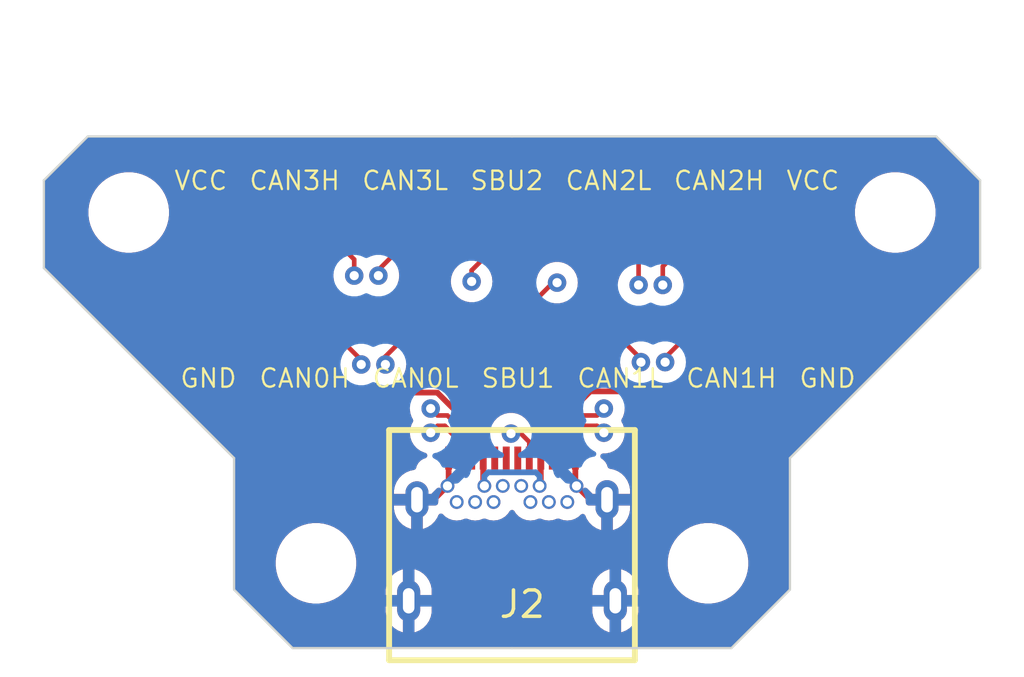
<source format=kicad_pcb>
(kicad_pcb (version 20240108) (generator "pcbnew") (generator_version "8.0")
  (layers (0 "F.Cu" signal "VCC") (1 "In1.Cu" signal "Data1") (2 "In2.Cu" signal "Data2") (31 "B.Cu" signal "GND") (34 "B.Paste" user) (35 "F.Paste" user) (36 "B.SilkS" user "B.Silkscreen") (37 "F.SilkS" user "F.Silkscreen") (38 "B.Mask" user) (39 "F.Mask" user) (44 "Edge.Cuts" user))
  (net 0 "")
  (net 1 "+12V")
  (net 2 "/CAN2_N")
  (net 3 "/CAN1_P")
  (net 4 "GND")
  (net 8 "/SBU1")
  (net 9 "/CAN2_P")
  (net 10 "/CAN1_N")
  (net 11 "/CAN0_P")
  (net 12 "/CAN3_N")
  (net 15 "/SBU2")
  (net 16 "/CAN3_P")
  (net 17 "/CAN0_N")
  (footprint "MountingHole:MountingHole_3mm" (layer "F.Cu") (at 123.698 76.962)
    (property "Reference" "H1" (hide yes))
    (property "Value" "MountingHole" (hide yes))
    (pad "" np_thru_hole circle (at 0 0) (size 3 3) (drill 3) (layers "*.Cu" "*.Mask"))
  )
  (footprint "CommaPogo_Library:USB-C-SMD_HC005-1A1H1A103-0HR" (layer "F.Cu") (at 140.335 90.73)
    (property "Reference" "J2" (at -0.635 3.25 0) (layer "F.SilkS") (effects (font (size 1.143 1.143) (thickness 0.152)) (justify left)))
    (property "Value" "Conn_02x12_Row_Letter_Last" (hide yes))
    (fp_line (start -5.334 -4.318) (end 5.334 -4.318) (stroke (width 0.254)) (layer "F.SilkS"))
    (fp_line (start -5.334 5.682) (end -5.334 -4.318) (stroke (width 0.254)) (layer "F.SilkS"))
    (fp_line (start 5.334 -4.318) (end 5.334 5.682) (stroke (width 0.254)) (layer "F.SilkS"))
    (fp_line (start 5.334 5.682) (end -5.334 5.682) (stroke (width 0.254)) (layer "F.SilkS"))
    (pad "" np_thru_hole circle (at -3.6 -2.54) (size 0.65 0.65) (drill 0.65) (layers "*.Cu" "*.Mask"))
    (pad "" np_thru_hole circle (at 3.59 -2.58) (size 0.65 0.65) (drill 0.65) (layers "*.Cu" "*.Mask"))
    (pad "1" thru_hole oval (at -4.125 -1.29) (size 1 1.6) (drill oval 0.5 1.1) (layers "*.Cu" "*.Paste" "*.Mask") (net 4 "GND"))
    (pad "2" thru_hole oval (at -4.485 3.1) (size 1 1.8) (drill oval 0.5 1.1) (layers "*.Cu" "*.Paste" "*.Mask") (net 4 "GND"))
    (pad "3" thru_hole oval (at 4.485 3.1) (size 1 1.8) (drill oval 0.5 1.1) (layers "*.Cu" "*.Paste" "*.Mask") (net 4 "GND"))
    (pad "4" thru_hole oval (at 4.125 -1.29) (size 1 1.7) (drill oval 0.5 1.1) (layers "*.Cu" "*.Paste" "*.Mask") (net 4 "GND"))
    (pad "A1" smd rect (at -2.75 -3.1) (size 0.3 1) (layers "F.Cu" "F.Paste" "F.Mask") (net 4 "GND"))
    (pad "A2" smd rect (at -2.25 -3.1) (size 0.3 1) (layers "F.Cu" "F.Paste" "F.Mask") (net 11 "/CAN0_P"))
    (pad "A3" smd rect (at -1.75 -3.1) (size 0.3 1) (layers "F.Cu" "F.Paste" "F.Mask") (net 17 "/CAN0_N"))
    (pad "A4" smd rect (at -1.25 -3.1) (size 0.3 1) (layers "F.Cu" "F.Paste" "F.Mask") (net 1 "+12V"))
    (pad "A5" smd rect (at -0.75 -3.1) (size 0.3 1) (layers "F.Cu" "F.Paste" "F.Mask"))
    (pad "A6" smd rect (at -0.25 -3.1) (size 0.3 1) (layers "F.Cu" "F.Paste" "F.Mask"))
    (pad "A7" smd rect (at 0.25 -3.1) (size 0.3 1) (layers "F.Cu" "F.Paste" "F.Mask"))
    (pad "A8" smd rect (at 0.75 -3.1) (size 0.3 1) (layers "F.Cu" "F.Paste" "F.Mask") (net 8 "/SBU1"))
    (pad "A9" smd rect (at 1.25 -3.1) (size 0.3 1) (layers "F.Cu" "F.Paste" "F.Mask") (net 1 "+12V"))
    (pad "A10" smd rect (at 1.75 -3.1) (size 0.3 1) (layers "F.Cu" "F.Paste" "F.Mask") (net 10 "/CAN1_N"))
    (pad "A11" smd rect (at 2.25 -3.1) (size 0.3 1) (layers "F.Cu" "F.Paste" "F.Mask") (net 3 "/CAN1_P"))
    (pad "A12" smd rect (at 2.75 -3.1) (size 0.3 1) (layers "F.Cu" "F.Paste" "F.Mask") (net 4 "GND"))
    (pad "B1" thru_hole circle (at 2.8 -1.89) (size 0.6 0.6) (drill 0.4) (layers "*.Cu" "*.Paste" "*.Mask") (net 4 "GND"))
    (pad "B2" thru_hole circle (at 2.4 -1.19) (size 0.6 0.6) (drill 0.4) (layers "*.Cu" "*.Paste" "*.Mask") (net 9 "/CAN2_P"))
    (pad "B3" thru_hole circle (at 1.6 -1.19) (size 0.6 0.6) (drill 0.4) (layers "*.Cu" "*.Paste" "*.Mask") (net 2 "/CAN2_N"))
    (pad "B4" thru_hole circle (at 1.2 -1.89) (size 0.6 0.6) (drill 0.4) (layers "*.Cu" "*.Paste" "*.Mask") (net 1 "+12V"))
    (pad "B5" thru_hole circle (at 0.8 -1.19) (size 0.6 0.6) (drill 0.4) (layers "*.Cu" "*.Paste" "*.Mask"))
    (pad "B6" thru_hole circle (at 0.4 -1.89) (size 0.6 0.6) (drill 0.4) (layers "*.Cu" "*.Paste" "*.Mask"))
    (pad "B7" thru_hole circle (at -0.4 -1.89) (size 0.6 0.6) (drill 0.4) (layers "*.Cu" "*.Paste" "*.Mask"))
    (pad "B8" thru_hole circle (at -0.8 -1.19) (size 0.6 0.6) (drill 0.4) (layers "*.Cu" "*.Paste" "*.Mask") (net 15 "/SBU2"))
    (pad "B9" thru_hole circle (at -1.2 -1.89) (size 0.6 0.6) (drill 0.4) (layers "*.Cu" "*.Paste" "*.Mask") (net 1 "+12V"))
    (pad "B10" thru_hole circle (at -1.6 -1.19) (size 0.6 0.6) (drill 0.4) (layers "*.Cu" "*.Paste" "*.Mask") (net 12 "/CAN3_N"))
    (pad "B11" thru_hole circle (at -2.4 -1.19) (size 0.6 0.6) (drill 0.4) (layers "*.Cu" "*.Paste" "*.Mask") (net 16 "/CAN3_P"))
    (pad "B12" thru_hole circle (at -2.8 -1.89) (size 0.6 0.6) (drill 0.4) (layers "*.Cu" "*.Paste" "*.Mask") (net 4 "GND"))
  )
  (footprint "MountingHole:MountingHole_3mm" (layer "F.Cu") (at 148.844 92.202)
    (property "Reference" "H4" (hide yes))
    (property "Value" "MountingHole" (hide yes))
    (pad "" np_thru_hole circle (at 0 0) (size 3 3) (drill 3) (layers "*.Cu" "*.Mask"))
  )
  (footprint "MountingHole:MountingHole_3mm" (layer "F.Cu") (at 131.826 92.202)
    (property "Reference" "H3" (hide yes))
    (property "Value" "MountingHole" (hide yes))
    (pad "" np_thru_hole circle (at 0 0) (size 3 3) (drill 3) (layers "*.Cu" "*.Mask"))
  )
  (footprint "MountingHole:MountingHole_3mm" (layer "F.Cu") (at 156.972 76.962)
    (property "Reference" "H2" (hide yes))
    (property "Value" "MountingHole" (hide yes))
    (pad "" np_thru_hole circle (at 0 0) (size 3 3) (drill 3) (layers "*.Cu" "*.Mask"))
  )
  (footprint "CommaPogo_Library:2x7_Pogo_Male" (layer "F.Cu") (at 140.335 83.82)
    (property "Reference" "J1" (hide yes))
    (property "Value" "Conn_02x07_Row_Letter_Last")
    (fp_text user "VCC" (at 11.853243 -7.7724 0) (layer "F.SilkS") (effects (font (size 0.8 0.8) (thickness 0.1)) (justify left bottom)))
    (fp_text user "CAN3H" (at -11.461694 -7.7724 0) (layer "F.SilkS") (effects (font (size 0.8 0.8) (thickness 0.1)) (justify left bottom)))
    (fp_text user "CAN0L" (at -6.112949 0.8128 0) (layer "F.SilkS") (effects (font (size 0.8 0.8) (thickness 0.1)) (justify left bottom)))
    (fp_text user "SBU1" (at -1.386464 0.8128 0) (layer "F.SilkS") (effects (font (size 0.8 0.8) (thickness 0.1)) (justify left bottom)))
    (fp_text user "GND" (at -14.461157 0.8128 0) (layer "F.SilkS") (effects (font (size 0.8 0.8) (thickness 0.1)) (justify left bottom)))
    (fp_text user "SBU2" (at -1.869054 -7.7724 0) (layer "F.SilkS") (effects (font (size 0.8 0.8) (thickness 0.1)) (justify left bottom)))
    (fp_text user "CAN2H" (at 6.961682 -7.7724 0) (layer "F.SilkS") (effects (font (size 0.8 0.8) (thickness 0.1)) (justify left bottom)))
    (fp_text user "CAN0H" (at -11.02991 0.8128 0) (layer "F.SilkS") (effects (font (size 0.8 0.8) (thickness 0.1)) (justify left bottom)))
    (fp_text user "CAN3L" (at -6.570136 -7.7724 0) (layer "F.SilkS") (effects (font (size 0.8 0.8) (thickness 0.1)) (justify left bottom)))
    (fp_text user "CAN1L" (at 2.768593 0.8128 0) (layer "F.SilkS") (effects (font (size 0.8 0.8) (thickness 0.1)) (justify left bottom)))
    (fp_text user "CAN2L" (at 2.2606 -7.7724 0) (layer "F.SilkS") (effects (font (size 0.8 0.8) (thickness 0.1)) (justify left bottom)))
    (fp_text user "CAN1H" (at 7.495078 0.8128 0) (layer "F.SilkS") (effects (font (size 0.8 0.8) (thickness 0.1)) (justify left bottom)))
    (pad "1" smd circle (at -12.192 -6.096) (size 2.5 2.5) (layers "F.Cu" "F.Paste" "F.Mask") (net 1 "+12V"))
    (pad "2" smd circle (at -8.128 -6.096) (size 2.5 2.5) (layers "F.Cu" "F.Paste" "F.Mask") (net 16 "/CAN3_P"))
    (pad "3" smd circle (at -4.064 -6.096) (size 2.5 2.5) (layers "F.Cu" "F.Paste" "F.Mask") (net 12 "/CAN3_N"))
    (pad "4" smd circle (at 0 -6.096) (size 2.5 2.5) (layers "F.Cu" "F.Paste" "F.Mask") (net 15 "/SBU2"))
    (pad "5" smd circle (at 4.064 -6.096) (size 2.5 2.5) (layers "F.Cu" "F.Paste" "F.Mask") (net 2 "/CAN2_N"))
    (pad "6" smd circle (at 8.128 -6.096) (size 2.5 2.5) (layers "F.Cu" "F.Paste" "F.Mask") (net 9 "/CAN2_P"))
    (pad "7" smd circle (at 12.192 -6.096) (size 2.5 2.5) (layers "F.Cu" "F.Paste" "F.Mask") (net 1 "+12V"))
    (pad "8" smd circle (at -12.192 -2.032) (size 2.5 2.5) (layers "F.Cu" "F.Paste" "F.Mask") (net 4 "GND"))
    (pad "9" smd circle (at -8.128 -2.032) (size 2.5 2.5) (layers "F.Cu" "F.Paste" "F.Mask") (net 11 "/CAN0_P"))
    (pad "10" smd circle (at -4.064 -2.032) (size 2.5 2.5) (layers "F.Cu" "F.Paste" "F.Mask") (net 17 "/CAN0_N"))
    (pad "11" smd circle (at 0 -2.032) (size 2.5 2.5) (layers "F.Cu" "F.Paste" "F.Mask") (net 8 "/SBU1"))
    (pad "12" smd circle (at 4.064 -2.032) (size 2.5 2.5) (layers "F.Cu" "F.Paste" "F.Mask") (net 10 "/CAN1_N"))
    (pad "13" smd circle (at 8.128 -2.032) (size 2.5 2.5) (layers "F.Cu" "F.Paste" "F.Mask") (net 3 "/CAN1_P"))
    (pad "14" smd circle (at 12.192 -2.032) (size 2.5 2.5) (layers "F.Cu" "F.Paste" "F.Mask") (net 4 "GND"))
  )
  (gr_line (start 158.75 73.66) (end 160.655 75.565) (stroke (width 0.1)) (layer "Edge.Cuts"))
  (gr_line (start 160.655 75.565) (end 160.655 79.375) (stroke (width 0.1)) (layer "Edge.Cuts"))
  (gr_line (start 140.335 73.66) (end 158.75 73.66) (stroke (width 0.1)) (layer "Edge.Cuts"))
  (gr_line (start 121.92 73.66) (end 140.335 73.66) (stroke (width 0.1)) (layer "Edge.Cuts"))
  (gr_line (start 120.015 79.375) (end 120.015 75.565) (stroke (width 0.1)) (layer "Edge.Cuts"))
  (gr_line (start 160.655 79.375) (end 159.385 80.645) (stroke (width 0.1)) (layer "Edge.Cuts"))
  (gr_line (start 120.015 75.565) (end 121.92 73.66) (stroke (width 0.1)) (layer "Edge.Cuts"))
  (gr_line (start 128.27 87.63) (end 128.27 93.345) (stroke (width 0.1)) (layer "Edge.Cuts"))
  (gr_line (start 159.385 80.645) (end 152.4 87.63) (stroke (width 0.1)) (layer "Edge.Cuts"))
  (gr_line (start 152.4 87.63) (end 152.4 93.345) (stroke (width 0.1)) (layer "Edge.Cuts"))
  (gr_line (start 140.335 95.885) (end 130.81 95.885) (stroke (width 0.1)) (layer "Edge.Cuts"))
  (gr_line (start 121.285 80.645) (end 120.015 79.375) (stroke (width 0.1)) (layer "Edge.Cuts"))
  (gr_line (start 149.86 95.885) (end 140.335 95.885) (stroke (width 0.1)) (layer "Edge.Cuts"))
  (gr_line (start 130.81 95.885) (end 128.27 93.345) (stroke (width 0.1)) (layer "Edge.Cuts"))
  (gr_line (start 128.27 87.63) (end 121.285 80.645) (stroke (width 0.1)) (layer "Edge.Cuts"))
  (gr_line (start 152.4 93.345) (end 149.86 95.885) (stroke (width 0.1)) (layer "Edge.Cuts"))
  (gr_text "VCC" (at 125.619843 76.0476 0) (layer "F.SilkS") (effects (font (size 0.8 0.8) (thickness 0.1)) (justify left bottom)))
  (gr_text "GND" (at 152.747043 84.6328 0) (layer "F.SilkS") (effects (font (size 0.8 0.8) (thickness 0.1)) (justify left bottom)))
  (segment (start 137.090311 84.7852) (end 132.1308 84.7852) (width 0.25) (layer "F.Cu") (net 1))
  (segment (start 139.085 87.63) (end 139.085 86.779889) (width 0.25) (layer "F.Cu") (net 1))
  (segment (start 139.085 87.63) (end 139.085 88.79) (width 0.25) (layer "F.Cu") (net 1))
  (segment (start 150.495 79.756) (end 152.527 77.724) (width 0.25) (layer "F.Cu") (net 1))
  (segment (start 150.495 82.9818) (end 150.495 79.756) (width 0.25) (layer "F.Cu") (net 1))
  (segment (start 141.585 87.63) (end 141.585 88.79) (width 0.25) (layer "F.Cu") (net 1))
  (segment (start 139.085 88.79) (end 139.135 88.84) (width 0.25) (layer "F.Cu") (net 1))
  (segment (start 148.7424 84.7344) (end 150.495 82.9818) (width 0.25) (layer "F.Cu") (net 1))
  (segment (start 141.585 86.88) (end 143.7306 84.7344) (width 0.25) (layer "F.Cu") (net 1))
  (segment (start 141.585 87.63) (end 141.585 86.88) (width 0.25) (layer "F.Cu") (net 1))
  (segment (start 130.175 82.8294) (end 130.175 79.756) (width 0.25) (layer "F.Cu") (net 1))
  (segment (start 143.7306 84.7344) (end 148.7424 84.7344) (width 0.25) (layer "F.Cu") (net 1))
  (segment (start 130.175 79.756) (end 128.143 77.724) (width 0.25) (layer "F.Cu") (net 1))
  (segment (start 132.1308 84.7852) (end 130.175 82.8294) (width 0.25) (layer "F.Cu") (net 1))
  (segment (start 139.085 86.779889) (end 137.090311 84.7852) (width 0.25) (layer "F.Cu") (net 1))
  (segment (start 141.585 88.79) (end 141.535 88.84) (width 0.25) (layer "F.Cu") (net 1))
  (segment (start 139.135 88.415736) (end 139.135 88.84) (width 0.25) (layer "B.Cu") (net 1))
  (segment (start 139.300736 88.25) (end 139.135 88.415736) (width 0.25) (layer "B.Cu") (net 1))
  (segment (start 141.535 88.415736) (end 141.369264 88.25) (width 0.25) (layer "B.Cu") (net 1))
  (segment (start 141.369264 88.25) (end 139.300736 88.25) (width 0.25) (layer "B.Cu") (net 1))
  (segment (start 141.535 88.84) (end 141.535 88.415736) (width 0.25) (layer "B.Cu") (net 1))
  (segment (start 145.8298 79.1548) (end 144.399 77.724) (width 0.2) (layer "F.Cu") (net 2))
  (segment (start 145.8298 80.1116) (end 145.8298 79.1548) (width 0.2) (layer "F.Cu") (net 2))
  (via (at 145.8298 80.1116) (size 0.8) (drill 0.4) (layers "F.Cu" "B.Cu") (net 2))
  (segment (start 142.585 87.28) (end 142.56 87.255) (width 0.2) (layer "F.Cu") (net 3))
  (segment (start 146.9814 83.4644) (end 146.9814 83.2696) (width 0.2) (layer "F.Cu") (net 3))
  (segment (start 144.022801 86.229401) (end 144.3228 86.5294) (width 0.2) (layer "F.Cu") (net 3))
  (segment (start 146.9814 83.2696) (end 148.463 81.788) (width 0.2) (layer "F.Cu") (net 3))
  (segment (start 142.56 87.1202) (end 143.450799 86.229401) (width 0.2) (layer "F.Cu") (net 3))
  (segment (start 143.450799 86.229401) (end 144.022801 86.229401) (width 0.2) (layer "F.Cu") (net 3))
  (segment (start 142.585 87.63) (end 142.585 87.28) (width 0.2) (layer "F.Cu") (net 3))
  (segment (start 142.56 87.255) (end 142.56 87.1202) (width 0.2) (layer "F.Cu") (net 3))
  (via (at 144.3228 86.5294) (size 0.8) (drill 0.4) (layers "F.Cu" "B.Cu") (net 3))
  (via (at 146.9814 83.4644) (size 0.8) (drill 0.4) (layers "F.Cu" "B.Cu") (net 3))
  (segment (start 143.085 88.79) (end 143.135 88.84) (width 0.25) (layer "F.Cu") (net 4))
  (segment (start 143.085 87.63) (end 143.085 88.79) (width 0.25) (layer "F.Cu") (net 4))
  (segment (start 143.735 89.44) (end 144.46 89.44) (width 0.25) (layer "F.Cu") (net 4))
  (segment (start 137.585 87.63) (end 137.585 88.79) (width 0.25) (layer "F.Cu") (net 4))
  (segment (start 136.935 89.44) (end 136.21 89.44) (width 0.25) (layer "F.Cu") (net 4))
  (segment (start 143.135 88.84) (end 143.735 89.44) (width 0.25) (layer "F.Cu") (net 4))
  (segment (start 137.585 88.79) (end 137.535 88.84) (width 0.25) (layer "F.Cu") (net 4))
  (segment (start 137.535 88.84) (end 136.935 89.44) (width 0.25) (layer "F.Cu") (net 4))
  (segment (start 140.722641 86.567641) (end 140.289579 86.567641) (width 0.2) (layer "F.Cu") (net 8))
  (segment (start 141.085 87.63) (end 141.085 86.93) (width 0.2) (layer "F.Cu") (net 8))
  (segment (start 142.2908 80.01) (end 142.113 80.01) (width 0.2) (layer "F.Cu") (net 8))
  (segment (start 142.113 80.01) (end 140.335 81.788) (width 0.2) (layer "F.Cu") (net 8))
  (segment (start 141.085 82.538) (end 140.335 81.788) (width 0.2) (layer "F.Cu") (net 8))
  (segment (start 141.085 86.93) (end 140.722641 86.567641) (width 0.2) (layer "F.Cu") (net 8))
  (via (at 140.289579 86.567641) (size 0.8) (drill 0.4) (layers "F.Cu" "B.Cu") (net 8))
  (via (at 142.2908 80.01) (size 0.8) (drill 0.4) (layers "F.Cu" "B.Cu") (net 8))
  (segment (start 146.8798 79.3072) (end 148.463 77.724) (width 0.2) (layer "F.Cu") (net 9))
  (segment (start 146.8798 80.1116) (end 146.8798 79.3072) (width 0.2) (layer "F.Cu") (net 9))
  (via (at 146.8798 80.1116) (size 0.8) (drill 0.4) (layers "F.Cu" "B.Cu") (net 9))
  (segment (start 142.085 87.28) (end 142.11 87.255) (width 0.2) (layer "F.Cu") (net 10))
  (segment (start 145.9314 83.3204) (end 144.399 81.788) (width 0.2) (layer "F.Cu") (net 10))
  (segment (start 142.11 87.255) (end 142.11 86.9338) (width 0.2) (layer "F.Cu") (net 10))
  (segment (start 145.9314 83.4644) (end 145.9314 83.3204) (width 0.2) (layer "F.Cu") (net 10))
  (segment (start 144.022801 85.779399) (end 144.3228 85.4794) (width 0.2) (layer "F.Cu") (net 10))
  (segment (start 142.11 86.9338) (end 143.264401 85.779399) (width 0.2) (layer "F.Cu") (net 10))
  (segment (start 143.264401 85.779399) (end 144.022801 85.779399) (width 0.2) (layer "F.Cu") (net 10))
  (segment (start 142.085 87.63) (end 142.085 87.28) (width 0.2) (layer "F.Cu") (net 10))
  (via (at 144.3228 85.4794) (size 0.8) (drill 0.4) (layers "F.Cu" "B.Cu") (net 10))
  (via (at 145.9314 83.4644) (size 0.8) (drill 0.4) (layers "F.Cu" "B.Cu") (net 10))
  (segment (start 133.7902 83.566) (end 133.7902 83.3712) (width 0.2) (layer "F.Cu") (net 11))
  (segment (start 138.085 87.63) (end 138.085 86.93) (width 0.2) (layer "F.Cu") (net 11))
  (segment (start 138.085 86.93) (end 137.5226 86.3676) (width 0.2) (layer "F.Cu") (net 11))
  (segment (start 137.104399 86.229401) (end 136.8044 86.5294) (width 0.2) (layer "F.Cu") (net 11))
  (segment (start 133.7902 83.3712) (end 132.207 81.788) (width 0.2) (layer "F.Cu") (net 11))
  (segment (start 137.5226 86.3296) (end 137.422401 86.229401) (width 0.2) (layer "F.Cu") (net 11))
  (segment (start 137.422401 86.229401) (end 137.104399 86.229401) (width 0.2) (layer "F.Cu") (net 11))
  (segment (start 137.5226 86.3676) (end 137.5226 86.3296) (width 0.2) (layer "F.Cu") (net 11))
  (via (at 133.7902 83.566) (size 0.8) (drill 0.4) (layers "F.Cu" "B.Cu") (net 11))
  (via (at 136.8044 86.5294) (size 0.8) (drill 0.4) (layers "F.Cu" "B.Cu") (net 11))
  (segment (start 134.5354 79.4596) (end 136.271 77.724) (width 0.2) (layer "F.Cu") (net 12))
  (segment (start 134.5354 79.7052) (end 134.5354 79.4596) (width 0.2) (layer "F.Cu") (net 12))
  (via (at 134.5354 79.7052) (size 0.8) (drill 0.4) (layers "F.Cu" "B.Cu") (net 12))
  (segment (start 140.335 77.724) (end 138.582406 79.476594) (width 0.2) (layer "F.Cu") (net 15))
  (segment (start 138.582406 79.476594) (end 138.582406 79.959197) (width 0.2) (layer "F.Cu") (net 15))
  (via (at 138.582406 79.959197) (size 0.8) (drill 0.4) (layers "F.Cu" "B.Cu") (net 15))
  (segment (start 133.4854 79.0024) (end 132.207 77.724) (width 0.2) (layer "F.Cu") (net 16))
  (segment (start 133.4854 79.7052) (end 133.4854 79.0024) (width 0.2) (layer "F.Cu") (net 16))
  (via (at 133.4854 79.7052) (size 0.8) (drill 0.4) (layers "F.Cu" "B.Cu") (net 16))
  (segment (start 137.532966 85.779399) (end 137.104399 85.779399) (width 0.2) (layer "F.Cu") (net 17))
  (segment (start 134.8402 83.2188) (end 136.271 81.788) (width 0.2) (layer "F.Cu") (net 17))
  (segment (start 138.585 86.831433) (end 137.532966 85.779399) (width 0.2) (layer "F.Cu") (net 17))
  (segment (start 138.585 87.63) (end 138.585 86.831433) (width 0.2) (layer "F.Cu") (net 17))
  (segment (start 134.8402 83.566) (end 134.8402 83.2188) (width 0.2) (layer "F.Cu") (net 17))
  (segment (start 137.104399 85.779399) (end 136.8044 85.4794) (width 0.2) (layer "F.Cu") (net 17))
  (via (at 136.8044 85.4794) (size 0.8) (drill 0.4) (layers "F.Cu" "B.Cu") (net 17))
  (via (at 134.8402 83.566) (size 0.8) (drill 0.4) (layers "F.Cu" "B.Cu") (net 17))
  (zone (net 4) (net_name "GND") (layers "F&B.Cu") (priority 1) (connect_pads (clearance 0.5)) (min_thickness 0.25) (fill yes (thermal_gap 0.5) (thermal_bridge_width 0.5))
    (polygon (pts (xy 118.11 73.025) (xy 162.56 73.025) (xy 162.56 97.155) (xy 118.11 97.155)))
  )
)
</source>
